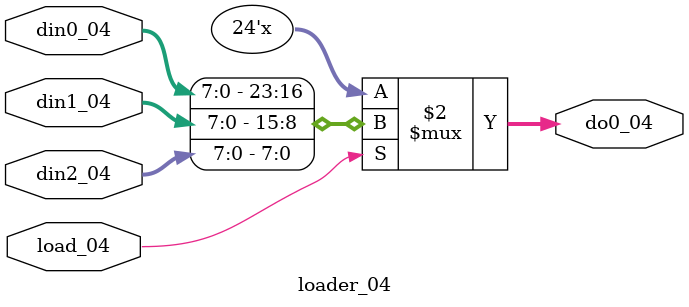
<source format=v>
module loader_04(
	input [7:0] din0_04,din1_04,din2_04,
	input load_04,
	output reg[23:0] do0_04
	);
	
always @(*)
	begin
		if(load_04)do0_04<={din0_04,din1_04,din2_04};
		else;
	end
endmodule
</source>
